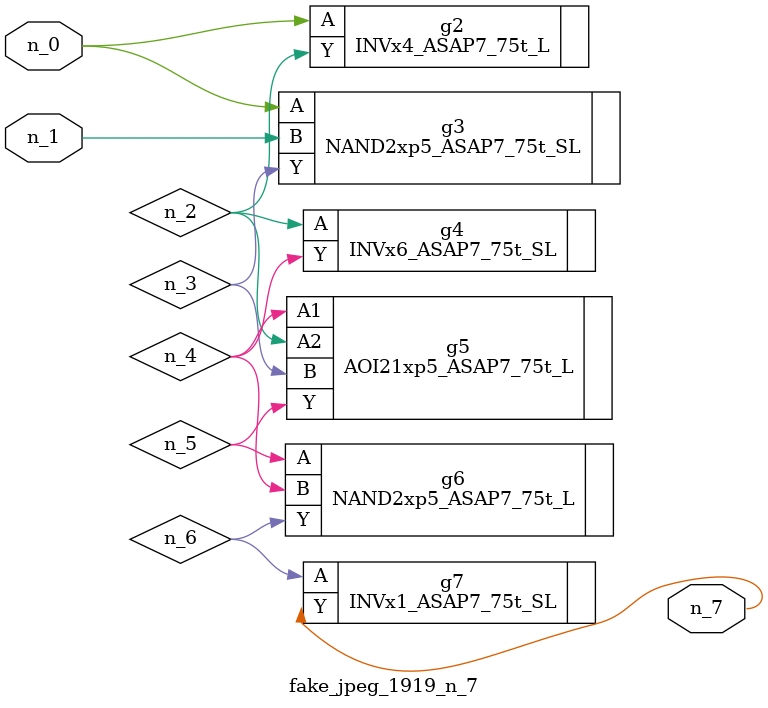
<source format=v>
module fake_jpeg_1919_n_7 (n_0, n_1, n_7);

input n_0;
input n_1;

output n_7;

wire n_3;
wire n_2;
wire n_4;
wire n_6;
wire n_5;

INVx4_ASAP7_75t_L g2 ( 
.A(n_0),
.Y(n_2)
);

NAND2xp5_ASAP7_75t_SL g3 ( 
.A(n_0),
.B(n_1),
.Y(n_3)
);

INVx6_ASAP7_75t_SL g4 ( 
.A(n_2),
.Y(n_4)
);

AOI21xp5_ASAP7_75t_L g5 ( 
.A1(n_4),
.A2(n_2),
.B(n_3),
.Y(n_5)
);

NAND2xp5_ASAP7_75t_L g6 ( 
.A(n_5),
.B(n_4),
.Y(n_6)
);

INVx1_ASAP7_75t_SL g7 ( 
.A(n_6),
.Y(n_7)
);


endmodule
</source>
